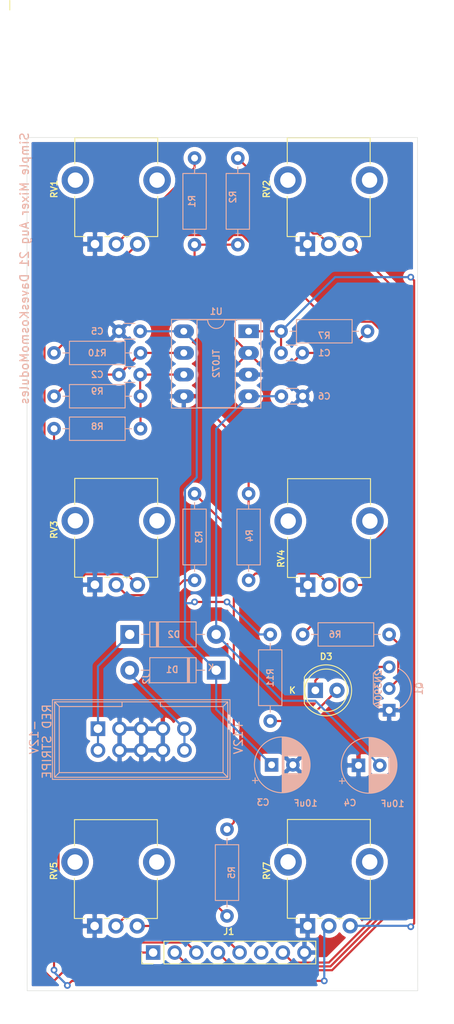
<source format=kicad_pcb>
(kicad_pcb (version 20171130) (host pcbnew "(5.1.9)-1")
  (layers (0 F.Cu signal) (31 B.Cu signal) (34 B.Paste user) (35 F.Paste user) (36 B.SilkS user) (37 F.SilkS user) (38 B.Mask user) (39 F.Mask user) (44 Edge.Cuts user))
  (net 0 "")
  (net 1 "Net-(C1-Pad2)")
  (net 2 "Net-(C1-Pad1)")
  (net 3 "Net-(C2-Pad2)")
  (net 4 "Net-(C2-Pad1)")
  (net 5 +12V)
  (net 6 GND)
  (net 7 -12V)
  (net 8 "Net-(D1-Pad2)")
  (net 9 "Net-(D2-Pad1)")
  (net 10 "Net-(D3-Pad1)")
  (net 11 "Net-(D3-Pad2)")
  (net 12 /in1)
  (net 13 /in2)
  (net 14 /in3)
  (net 15 /in4)
  (net 16 /in5)
  (net 17 "Net-(J1-Pad6)")
  (net 18 /out)
  (net 19 "Net-(Q1-Pad2)")
  (net 20 "Net-(R1-Pad2)")
  (net 21 "Net-(R2-Pad2)")
  (net 22 "Net-(R3-Pad2)")
  (net 23 "Net-(R4-Pad2)")
  (net 24 "Net-(R5-Pad2)")
  (net 25 "Net-(R8-Pad2)")
  (module ao_tht:C_Disc_D3.0mm_W1.6mm_P2.50mm (layer B.Cu) (at 48.26 54.61)
    (fp_text reference C1 (at 5.08 0) (layer B.SilkS) (effects (font (size 0.75 0.75)) (justify mirror)))
    (fp_text value 100p)
    (pad 2 thru_hole circle (at 2.5 0) (size 1.6 1.6) (drill 0.8) (layers *.Cu *.Mask) (net 1 "Net-(C1-Pad2)"))
    (pad 1 thru_hole circle (at 0 0) (size 1.6 1.6) (drill 0.8) (layers *.Cu *.Mask) (net 2 "Net-(C1-Pad1)"))
  )
  (module ao_tht:C_Disc_D3.0mm_W1.6mm_P2.50mm (layer B.Cu) (at 29.21 57.15)
    (fp_text reference C2 (at -2.54 0) (layer B.SilkS) (effects (font (size 0.75 0.75)) (justify mirror)))
    (fp_text value 100p)
    (pad 2 thru_hole circle (at 2.5 0) (size 1.6 1.6) (drill 0.8) (layers *.Cu *.Mask) (net 3 "Net-(C2-Pad2)"))
    (pad 1 thru_hole circle (at 0 0) (size 1.6 1.6) (drill 0.8) (layers *.Cu *.Mask) (net 4 "Net-(C2-Pad1)"))
  )
  (module ao_tht:CP_Radial_D6.3mm_P2.50mm (layer B.Cu) (at 47.15 102.93)
    (fp_text reference C3 (at -1 4.4) (layer B.SilkS) (effects (font (size 0.75 0.75)) (justify mirror)))
    (fp_text value 10uF)
    (fp_text user %V (at 4 4.5) (layer B.SilkS) (effects (font (size 0.75 0.75)) (justify mirror)))
    (pad 1 thru_hole rect (at 0 0) (size 1.6 1.6) (drill 0.8) (layers *.Cu *.Mask) (net 5 +12V))
    (pad 2 thru_hole circle (at 2.5 0) (size 1.6 1.6) (drill 0.8) (layers *.Cu *.Mask) (net 6 GND))
  )
  (module ao_tht:CP_Radial_D6.3mm_P2.50mm (layer B.Cu) (at 57.36 102.99)
    (fp_text reference C4 (at -1 4.4) (layer B.SilkS) (effects (font (size 0.75 0.75)) (justify mirror)))
    (fp_text value 10uF)
    (fp_text user %V (at 4 4.5) (layer B.SilkS) (effects (font (size 0.75 0.75)) (justify mirror)))
    (pad 2 thru_hole circle (at 2.5 0) (size 1.6 1.6) (drill 0.8) (layers *.Cu *.Mask) (net 7 -12V))
    (pad 1 thru_hole rect (at 0 0) (size 1.6 1.6) (drill 0.8) (layers *.Cu *.Mask) (net 6 GND))
  )
  (module ao_tht:C_Disc_D3.0mm_W1.6mm_P2.50mm (layer B.Cu) (at 29.21 52.07)
    (fp_text reference C5 (at -2.54 0) (layer B.SilkS) (effects (font (size 0.75 0.75)) (justify mirror)))
    (fp_text value 0.1uF)
    (pad 1 thru_hole circle (at 0 0) (size 1.6 1.6) (drill 0.8) (layers *.Cu *.Mask) (net 6 GND))
    (pad 2 thru_hole circle (at 2.5 0) (size 1.6 1.6) (drill 0.8) (layers *.Cu *.Mask) (net 5 +12V))
  )
  (module ao_tht:C_Disc_D3.0mm_W1.6mm_P2.50mm (layer B.Cu) (at 50.8 59.69 180)
    (fp_text reference C6 (at -2.54 0) (layer B.SilkS) (effects (font (size 0.75 0.75)) (justify mirror)))
    (fp_text value 0.1uF)
    (pad 1 thru_hole circle (at 0 0 180) (size 1.6 1.6) (drill 0.8) (layers *.Cu *.Mask) (net 6 GND))
    (pad 2 thru_hole circle (at 2.5 0 180) (size 1.6 1.6) (drill 0.8) (layers *.Cu *.Mask) (net 7 -12V))
  )
  (module ao_tht:D_DO-41_SOD81_P10.16mm_Horizontal (layer B.Cu) (at 40.64 91.83 180)
    (fp_text reference D1 (at 5.18 0.07) (layer B.SilkS) (effects (font (size 0.75 0.75)) (justify mirror)))
    (fp_text value 1N5817)
    (fp_text user K (at 0.61 0.3) (layer B.SilkS) (effects (font (size 0.75 0.75)) (justify mirror)))
    (pad 1 thru_hole rect (at 0 0 180) (size 2.2 2.2) (drill 1.1) (layers *.Cu *.Mask) (net 5 +12V))
    (pad 2 thru_hole oval (at 10.16 0 180) (size 2.2 2.2) (drill 1.1) (layers *.Cu *.Mask) (net 8 "Net-(D1-Pad2)"))
  )
  (module ao_tht:D_DO-41_SOD81_P10.16mm_Horizontal (layer B.Cu) (at 30.48 87.63)
    (fp_text reference D2 (at 5.19 0) (layer B.SilkS) (effects (font (size 0.75 0.75)) (justify mirror)))
    (fp_text value 1N5817)
    (fp_text user K (at 0.11 0) (layer B.SilkS) (effects (font (size 0.75 0.75)) (justify mirror)))
    (pad 2 thru_hole oval (at 10.16 0) (size 2.2 2.2) (drill 1.1) (layers *.Cu *.Mask) (net 7 -12V))
    (pad 1 thru_hole rect (at 0 0) (size 2.2 2.2) (drill 1.1) (layers *.Cu *.Mask) (net 9 "Net-(D2-Pad1)"))
  )
  (module ao_tht:LED_D5.0mm (layer F.Cu) (at 52.29 94.19)
    (fp_text reference D3 (at 1.27 -3.96) (layer F.SilkS) (effects (font (size 0.75 0.75))))
    (fp_text value LED)
    (fp_text user K (at -2.7 0) (layer F.SilkS) (effects (font (size 0.75 0.75))))
    (pad 1 thru_hole rect (at 0 0) (size 1.8 1.8) (drill 0.9) (layers *.Cu *.Mask) (net 10 "Net-(D3-Pad1)"))
    (pad 2 thru_hole circle (at 2.54 0) (size 1.8 1.8) (drill 0.9) (layers *.Cu *.Mask) (net 11 "Net-(D3-Pad2)"))
  )
  (module ao_tht:PinHeader_1x08_P2.54mm_Vertical (layer F.Cu) (at 42.12 124.82)
    (fp_text reference J1 (at 0 -2.33) (layer F.SilkS) (effects (font (size 0.75 0.75))))
    (fp_text value "Conn Jacks")
    (pad 1 thru_hole rect (at -8.89 0.127 90) (size 1.7 1.7) (drill 1) (layers *.Cu *.Mask) (net 12 /in1))
    (pad 2 thru_hole oval (at -6.35 0.127 90) (size 1.7 1.7) (drill 1) (layers *.Cu *.Mask) (net 13 /in2))
    (pad 3 thru_hole oval (at -3.81 0.127 90) (size 1.7 1.7) (drill 1) (layers *.Cu *.Mask) (net 14 /in3))
    (pad 4 thru_hole oval (at -1.27 0.127 90) (size 1.7 1.7) (drill 1) (layers *.Cu *.Mask) (net 15 /in4))
    (pad 5 thru_hole oval (at 1.27 0.127 90) (size 1.7 1.7) (drill 1) (layers *.Cu *.Mask) (net 16 /in5))
    (pad 6 thru_hole oval (at 3.81 0.127 90) (size 1.7 1.7) (drill 1) (layers *.Cu *.Mask) (net 17 "Net-(J1-Pad6)"))
    (pad 7 thru_hole oval (at 6.35 0.127 90) (size 1.7 1.7) (drill 1) (layers *.Cu *.Mask) (net 18 /out))
    (pad 8 thru_hole oval (at 8.89 0.127 90) (size 1.7 1.7) (drill 1) (layers *.Cu *.Mask) (net 6 GND))
  )
  (module ao_tht:Power_Header (layer B.Cu) (at 26.75 98.69 270)
    (fp_text reference J2 (at -5.85 -5.67 270) (layer B.SilkS) (effects (font (size 0.75 0.75)) (justify mirror)))
    (fp_text value Conn_02x05_Odd_Even)
    (fp_text user +12V (at 1 -16.5 270) (layer B.SilkS) (effects (justify mirror)))
    (fp_text user -12V (at 1 7.5 270) (layer B.SilkS) (effects (justify mirror)))
    (fp_text user "RED STRIPE" (at 1.5 6 270) (layer B.SilkS) (effects (justify mirror)))
    (pad 1 thru_hole rect (at 0 0 270) (size 1.7272 1.7272) (drill 1.016) (layers *.Cu *.Mask) (net 9 "Net-(D2-Pad1)"))
    (pad 2 thru_hole oval (at 2.54 0 270) (size 1.7272 1.7272) (drill 1.016) (layers *.Cu *.Mask) (net 9 "Net-(D2-Pad1)"))
    (pad 3 thru_hole oval (at 0 -2.54 270) (size 1.7272 1.7272) (drill 1.016) (layers *.Cu *.Mask) (net 6 GND))
    (pad 4 thru_hole oval (at 2.54 -2.54 270) (size 1.7272 1.7272) (drill 1.016) (layers *.Cu *.Mask) (net 6 GND))
    (pad 5 thru_hole oval (at 0 -5.08 270) (size 1.7272 1.7272) (drill 1.016) (layers *.Cu *.Mask) (net 6 GND))
    (pad 6 thru_hole oval (at 2.54 -5.08 270) (size 1.7272 1.7272) (drill 1.016) (layers *.Cu *.Mask) (net 6 GND))
    (pad 7 thru_hole oval (at 0 -7.62 270) (size 1.7272 1.7272) (drill 1.016) (layers *.Cu *.Mask) (net 6 GND))
    (pad 8 thru_hole oval (at 2.54 -7.62 270) (size 1.7272 1.7272) (drill 1.016) (layers *.Cu *.Mask) (net 6 GND))
    (pad 9 thru_hole oval (at 0 -10.16 270) (size 1.7272 1.7272) (drill 1.016) (layers *.Cu *.Mask) (net 8 "Net-(D1-Pad2)"))
    (pad 10 thru_hole oval (at 2.54 -10.16 270) (size 1.7272 1.7272) (drill 1.016) (layers *.Cu *.Mask) (net 8 "Net-(D1-Pad2)"))
  )
  (module ao_tht:TO-92_Inline_Wide (layer B.Cu) (at 60.96 96.52 90)
    (fp_text reference Q1 (at 2.54 3.56 90) (layer B.SilkS) (effects (font (size 0.75 0.75)) (justify mirror)))
    (fp_text value 2N3904)
    (fp_text user %V (at 2.54 -1.27 90) (layer B.SilkS) (effects (font (size 0.75 0.75)) (justify mirror)))
    (pad 2 thru_hole circle (at 2.54 0) (size 1.5 1.5) (drill 0.8) (layers *.Cu *.Mask) (net 19 "Net-(Q1-Pad2)"))
    (pad 3 thru_hole circle (at 5.08 0) (size 1.5 1.5) (drill 0.8) (layers *.Cu *.Mask) (net 10 "Net-(D3-Pad1)"))
    (pad 1 thru_hole rect (at 0 0) (size 1.5 1.5) (drill 0.8) (layers *.Cu *.Mask) (net 6 GND))
  )
  (module ao_tht:R_Axial_DIN0207_L6.3mm_D2.5mm_P10.16mm_Horizontal (layer B.Cu) (at 38.1 41.91 90)
    (fp_text reference R1 (at 5.08 -0.304999 90) (layer B.SilkS) (effects (font (size 0.75 0.75)) (justify mirror)))
    (fp_text value 100k)
    (pad 2 thru_hole oval (at 10.16 0 90) (size 1.6 1.6) (drill 0.8) (layers *.Cu *.Mask) (net 20 "Net-(R1-Pad2)"))
    (pad 1 thru_hole circle (at 0 0 90) (size 1.6 1.6) (drill 0.8) (layers *.Cu *.Mask) (net 1 "Net-(C1-Pad2)"))
  )
  (module ao_tht:R_Axial_DIN0207_L6.3mm_D2.5mm_P10.16mm_Horizontal (layer B.Cu) (at 43.18 41.91 90)
    (fp_text reference R2 (at 5.594999 -0.584999 90) (layer B.SilkS) (effects (font (size 0.75 0.75)) (justify mirror)))
    (fp_text value 100k)
    (pad 2 thru_hole oval (at 10.16 0 90) (size 1.6 1.6) (drill 0.8) (layers *.Cu *.Mask) (net 21 "Net-(R2-Pad2)"))
    (pad 1 thru_hole circle (at 0 0 90) (size 1.6 1.6) (drill 0.8) (layers *.Cu *.Mask) (net 1 "Net-(C1-Pad2)"))
  )
  (module ao_tht:R_Axial_DIN0207_L6.3mm_D2.5mm_P10.16mm_Horizontal (layer B.Cu) (at 38.1 71.12 270)
    (fp_text reference R3 (at 5.08 -0.524999 90) (layer B.SilkS) (effects (font (size 0.75 0.75)) (justify mirror)))
    (fp_text value 100k)
    (pad 1 thru_hole circle (at 0 0 270) (size 1.6 1.6) (drill 0.8) (layers *.Cu *.Mask) (net 1 "Net-(C1-Pad2)"))
    (pad 2 thru_hole oval (at 10.16 0 270) (size 1.6 1.6) (drill 0.8) (layers *.Cu *.Mask) (net 22 "Net-(R3-Pad2)"))
  )
  (module ao_tht:R_Axial_DIN0207_L6.3mm_D2.5mm_P10.16mm_Horizontal (layer B.Cu) (at 44.45 71.12 270)
    (fp_text reference R4 (at 4.934999 -0.104999 90) (layer B.SilkS) (effects (font (size 0.75 0.75)) (justify mirror)))
    (fp_text value 100k)
    (pad 1 thru_hole circle (at 0 0 270) (size 1.6 1.6) (drill 0.8) (layers *.Cu *.Mask) (net 1 "Net-(C1-Pad2)"))
    (pad 2 thru_hole oval (at 10.16 0 270) (size 1.6 1.6) (drill 0.8) (layers *.Cu *.Mask) (net 23 "Net-(R4-Pad2)"))
  )
  (module ao_tht:R_Axial_DIN0207_L6.3mm_D2.5mm_P10.16mm_Horizontal (layer B.Cu) (at 41.91 110.49 270)
    (fp_text reference R5 (at 5.08 -0.544999 90) (layer B.SilkS) (effects (font (size 0.75 0.75)) (justify mirror)))
    (fp_text value 100k)
    (pad 2 thru_hole oval (at 10.16 0 270) (size 1.6 1.6) (drill 0.8) (layers *.Cu *.Mask) (net 24 "Net-(R5-Pad2)"))
    (pad 1 thru_hole circle (at 0 0 270) (size 1.6 1.6) (drill 0.8) (layers *.Cu *.Mask) (net 1 "Net-(C1-Pad2)"))
  )
  (module ao_tht:R_Axial_DIN0207_L6.3mm_D2.5mm_P10.16mm_Horizontal (layer B.Cu) (at 60.96 87.63 180)
    (fp_text reference R6 (at 6.35 0) (layer B.SilkS) (effects (font (size 0.75 0.75)) (justify mirror)))
    (fp_text value 100k)
    (pad 2 thru_hole oval (at 10.16 0 180) (size 1.6 1.6) (drill 0.8) (layers *.Cu *.Mask) (net 18 /out))
    (pad 1 thru_hole circle (at 0 0 180) (size 1.6 1.6) (drill 0.8) (layers *.Cu *.Mask) (net 19 "Net-(Q1-Pad2)"))
  )
  (module ao_tht:R_Axial_DIN0207_L6.3mm_D2.5mm_P10.16mm_Horizontal (layer B.Cu) (at 48.26 52.07)
    (fp_text reference R7 (at 5.08 0.505001) (layer B.SilkS) (effects (font (size 0.75 0.75)) (justify mirror)))
    (fp_text value 200k)
    (pad 1 thru_hole circle (at 0 0) (size 1.6 1.6) (drill 0.8) (layers *.Cu *.Mask) (net 2 "Net-(C1-Pad1)"))
    (pad 2 thru_hole oval (at 10.16 0) (size 1.6 1.6) (drill 0.8) (layers *.Cu *.Mask) (net 1 "Net-(C1-Pad2)"))
  )
  (module ao_tht:R_Axial_DIN0207_L6.3mm_D2.5mm_P10.16mm_Horizontal (layer B.Cu) (at 31.75 63.5 180)
    (fp_text reference R8 (at 5.08 0.265001) (layer B.SilkS) (effects (font (size 0.75 0.75)) (justify mirror)))
    (fp_text value 100k)
    (pad 2 thru_hole oval (at 10.16 0 180) (size 1.6 1.6) (drill 0.8) (layers *.Cu *.Mask) (net 25 "Net-(R8-Pad2)"))
    (pad 1 thru_hole circle (at 0 0 180) (size 1.6 1.6) (drill 0.8) (layers *.Cu *.Mask) (net 3 "Net-(C2-Pad2)"))
  )
  (module ao_tht:R_Axial_DIN0207_L6.3mm_D2.5mm_P10.16mm_Horizontal (layer B.Cu) (at 21.59 59.69)
    (fp_text reference R9 (at 5.08 -0.584999) (layer B.SilkS) (effects (font (size 0.75 0.75)) (justify mirror)))
    (fp_text value 100k)
    (pad 1 thru_hole circle (at 0 0) (size 1.6 1.6) (drill 0.8) (layers *.Cu *.Mask) (net 4 "Net-(C2-Pad1)"))
    (pad 2 thru_hole oval (at 10.16 0) (size 1.6 1.6) (drill 0.8) (layers *.Cu *.Mask) (net 3 "Net-(C2-Pad2)"))
  )
  (module ao_tht:R_Axial_DIN0207_L6.3mm_D2.5mm_P10.16mm_Horizontal (layer B.Cu) (at 21.59 54.61)
    (fp_text reference R10 (at 5.08 0) (layer B.SilkS) (effects (font (size 0.75 0.75)) (justify mirror)))
    (fp_text value 1k)
    (pad 2 thru_hole oval (at 10.16 0) (size 1.6 1.6) (drill 0.8) (layers *.Cu *.Mask) (net 4 "Net-(C2-Pad1)"))
    (pad 1 thru_hole circle (at 0 0) (size 1.6 1.6) (drill 0.8) (layers *.Cu *.Mask) (net 18 /out))
  )
  (module ao_tht:R_Axial_DIN0207_L6.3mm_D2.5mm_P10.16mm_Horizontal (layer B.Cu) (at 46.99 87.63 270)
    (fp_text reference R11 (at 5.08 0 90) (layer B.SilkS) (effects (font (size 0.75 0.75)) (justify mirror)))
    (fp_text value 1k)
    (pad 1 thru_hole circle (at 0 0 270) (size 1.6 1.6) (drill 0.8) (layers *.Cu *.Mask) (net 5 +12V))
    (pad 2 thru_hole oval (at 10.16 0 270) (size 1.6 1.6) (drill 0.8) (layers *.Cu *.Mask) (net 11 "Net-(D3-Pad2)"))
  )
  (module ao_tht:Potentiometer_Alpha_RD901F-40-00D_Single_Vertical_CircularHoles_centered (layer F.Cu) (at 28.9 34.34 90)
    (fp_text reference RV1 (at -1.05 -7.3 270) (layer F.SilkS) (effects (font (size 0.75 0.75))))
    (fp_text value 100k)
    (pad "" thru_hole circle (at 0 -4.8 180) (size 3.24 3.24) (drill 1.8) (layers *.Cu *.Mask))
    (pad "" thru_hole circle (at 0 4.8 180) (size 3.24 3.24) (drill 1.8) (layers *.Cu *.Mask))
    (pad 3 thru_hole circle (at -7.5 2.5 180) (size 1.8 1.8) (drill 1) (layers *.Cu *.Mask) (net 12 /in1))
    (pad 2 thru_hole circle (at -7.5 0 180) (size 1.8 1.8) (drill 1) (layers *.Cu *.Mask) (net 20 "Net-(R1-Pad2)"))
    (pad 1 thru_hole rect (at -7.5 -2.5 180) (size 1.8 1.8) (drill 1) (layers *.Cu *.Mask) (net 6 GND))
  )
  (module ao_tht:Potentiometer_Alpha_RD901F-40-00D_Single_Vertical_CircularHoles_centered (layer F.Cu) (at 53.86 34.34 90)
    (fp_text reference RV2 (at -1.05 -7.3 270) (layer F.SilkS) (effects (font (size 0.75 0.75))))
    (fp_text value 100k)
    (pad 1 thru_hole rect (at -7.5 -2.5 180) (size 1.8 1.8) (drill 1) (layers *.Cu *.Mask) (net 6 GND))
    (pad 2 thru_hole circle (at -7.5 0 180) (size 1.8 1.8) (drill 1) (layers *.Cu *.Mask) (net 21 "Net-(R2-Pad2)"))
    (pad 3 thru_hole circle (at -7.5 2.5 180) (size 1.8 1.8) (drill 1) (layers *.Cu *.Mask) (net 13 /in2))
    (pad "" thru_hole circle (at 0 4.8 180) (size 3.24 3.24) (drill 1.8) (layers *.Cu *.Mask))
    (pad "" thru_hole circle (at 0 -4.8 180) (size 3.24 3.24) (drill 1.8) (layers *.Cu *.Mask))
  )
  (module ao_tht:Potentiometer_Alpha_RD901F-40-00D_Single_Vertical_CircularHoles_centered (layer F.Cu) (at 28.89 74.3 90)
    (fp_text reference RV3 (at -1.05 -7.3 270) (layer F.SilkS) (effects (font (size 0.75 0.75))))
    (fp_text value 100k)
    (pad "" thru_hole circle (at 0 -4.8 180) (size 3.24 3.24) (drill 1.8) (layers *.Cu *.Mask))
    (pad "" thru_hole circle (at 0 4.8 180) (size 3.24 3.24) (drill 1.8) (layers *.Cu *.Mask))
    (pad 3 thru_hole circle (at -7.5 2.5 180) (size 1.8 1.8) (drill 1) (layers *.Cu *.Mask) (net 14 /in3))
    (pad 2 thru_hole circle (at -7.5 0 180) (size 1.8 1.8) (drill 1) (layers *.Cu *.Mask) (net 22 "Net-(R3-Pad2)"))
    (pad 1 thru_hole rect (at -7.5 -2.5 180) (size 1.8 1.8) (drill 1) (layers *.Cu *.Mask) (net 6 GND))
  )
  (module ao_tht:Potentiometer_Alpha_RD901F-40-00D_Single_Vertical_CircularHoles_centered (layer F.Cu) (at 53.9 74.33 90)
    (fp_text reference RV4 (at -4.41 -5.64 270) (layer F.SilkS) (effects (font (size 0.75 0.75))))
    (fp_text value 100k)
    (pad 1 thru_hole rect (at -7.5 -2.5 180) (size 1.8 1.8) (drill 1) (layers *.Cu *.Mask) (net 6 GND))
    (pad 2 thru_hole circle (at -7.5 0 180) (size 1.8 1.8) (drill 1) (layers *.Cu *.Mask) (net 23 "Net-(R4-Pad2)"))
    (pad 3 thru_hole circle (at -7.5 2.5 180) (size 1.8 1.8) (drill 1) (layers *.Cu *.Mask) (net 15 /in4))
    (pad "" thru_hole circle (at 0 4.8 180) (size 3.24 3.24) (drill 1.8) (layers *.Cu *.Mask))
    (pad "" thru_hole circle (at 0 -4.8 180) (size 3.24 3.24) (drill 1.8) (layers *.Cu *.Mask))
  )
  (module ao_tht:Potentiometer_Alpha_RD901F-40-00D_Single_Vertical_CircularHoles_centered (layer F.Cu) (at 28.86 114.33 90)
    (fp_text reference RV5 (at -1.05 -7.3 270) (layer F.SilkS) (effects (font (size 0.75 0.75))))
    (fp_text value 100k)
    (pad 1 thru_hole rect (at -7.5 -2.5 180) (size 1.8 1.8) (drill 1) (layers *.Cu *.Mask) (net 6 GND))
    (pad 2 thru_hole circle (at -7.5 0 180) (size 1.8 1.8) (drill 1) (layers *.Cu *.Mask) (net 24 "Net-(R5-Pad2)"))
    (pad 3 thru_hole circle (at -7.5 2.5 180) (size 1.8 1.8) (drill 1) (layers *.Cu *.Mask) (net 16 /in5))
    (pad "" thru_hole circle (at 0 4.8 180) (size 3.24 3.24) (drill 1.8) (layers *.Cu *.Mask))
    (pad "" thru_hole circle (at 0 -4.8 180) (size 3.24 3.24) (drill 1.8) (layers *.Cu *.Mask))
  )
  (module ao_tht:Potentiometer_Alpha_RD901F-40-00D_Single_Vertical_CircularHoles_centered (layer F.Cu) (at 53.88 114.31 90)
    (fp_text reference RV7 (at -1.05 -7.3 270) (layer F.SilkS) (effects (font (size 0.75 0.75))))
    (fp_text value R_POT)
    (pad "" thru_hole circle (at 0 -4.8 180) (size 3.24 3.24) (drill 1.8) (layers *.Cu *.Mask))
    (pad "" thru_hole circle (at 0 4.8 180) (size 3.24 3.24) (drill 1.8) (layers *.Cu *.Mask))
    (pad 3 thru_hole circle (at -7.5 2.5 180) (size 1.8 1.8) (drill 1) (layers *.Cu *.Mask) (net 2 "Net-(C1-Pad1)"))
    (pad 2 thru_hole circle (at -7.5 0 180) (size 1.8 1.8) (drill 1) (layers *.Cu *.Mask) (net 25 "Net-(R8-Pad2)"))
    (pad 1 thru_hole rect (at -7.5 -2.5 180) (size 1.8 1.8) (drill 1) (layers *.Cu *.Mask) (net 6 GND))
  )
  (module ao_tht:DIP-8_W7.62mm_Socket_LongPads (layer B.Cu) (at 44.45 52.07 180)
    (fp_text reference U1 (at 3.81 2.33) (layer B.SilkS) (effects (font (size 0.75 0.75)) (justify mirror)))
    (fp_text value TL072)
    (fp_text user %V (at 3.81 -3.81 270) (layer B.SilkS) (effects (font (size 0.75 0.75)) (justify mirror)))
    (pad 1 thru_hole rect (at 0 0 180) (size 2.4 1.6) (drill 0.8) (layers *.Cu *.Mask) (net 2 "Net-(C1-Pad1)"))
    (pad 5 thru_hole oval (at 7.62 -7.62 180) (size 2.4 1.6) (drill 0.8) (layers *.Cu *.Mask) (net 6 GND))
    (pad 2 thru_hole oval (at 0 -2.54 180) (size 2.4 1.6) (drill 0.8) (layers *.Cu *.Mask) (net 1 "Net-(C1-Pad2)"))
    (pad 6 thru_hole oval (at 7.62 -5.08 180) (size 2.4 1.6) (drill 0.8) (layers *.Cu *.Mask) (net 3 "Net-(C2-Pad2)"))
    (pad 3 thru_hole oval (at 0 -5.08 180) (size 2.4 1.6) (drill 0.8) (layers *.Cu *.Mask) (net 6 GND))
    (pad 7 thru_hole oval (at 7.62 -2.54 180) (size 2.4 1.6) (drill 0.8) (layers *.Cu *.Mask) (net 4 "Net-(C2-Pad1)"))
    (pad 4 thru_hole oval (at 0 -7.62 180) (size 2.4 1.6) (drill 0.8) (layers *.Cu *.Mask) (net 7 -12V))
    (pad 8 thru_hole oval (at 7.62 0 180) (size 2.4 1.6) (drill 0.8) (layers *.Cu *.Mask) (net 5 +12V))
  )
  (gr_text "Simple Mixer Aug 21 DavesKosmoModules\n\n" (at 18.923 44.704 90) (layer B.SilkS) (effects (font (size 1 1)) (justify mirror)))
  (gr_line (start 16.39 14.38) (end 16.39 13.27) (layer F.SilkS) (width 0.12))
  (gr_line (start 18.43 129.43) (end 18.41 29.35) (layer Edge.Cuts) (width 0.05))
  (gr_line (start 64.32 129.43) (end 18.43 129.43) (layer Edge.Cuts) (width 0.05))
  (gr_line (start 64.29 29.34) (end 64.32 129.43) (layer Edge.Cuts) (width 0.05))
  (gr_line (start 18.41 29.34) (end 64.28 29.34) (layer Edge.Cuts) (width 0.05))
  (segment (start 42.709999 75.729999) (end 38.1 71.12) (width 0.25) (layer F.Cu) (net 1))
  (segment (start 42.709999 109.690001) (end 42.709999 75.729999) (width 0.25) (layer F.Cu) (net 1))
  (segment (start 41.91 110.49) (end 42.709999 109.690001) (width 0.25) (layer F.Cu) (net 1))
  (segment (start 44.45 73.989998) (end 42.709999 75.729999) (width 0.25) (layer F.Cu) (net 1))
  (segment (start 44.45 71.12) (end 44.45 73.989998) (width 0.25) (layer F.Cu) (net 1))
  (segment (start 44.45 71.12) (end 44.45 66.04) (width 0.25) (layer F.Cu) (net 1))
  (segment (start 44.45 66.04) (end 40.64 62.23) (width 0.25) (layer F.Cu) (net 1))
  (segment (start 40.64 58.42) (end 44.45 54.61) (width 0.25) (layer F.Cu) (net 1))
  (segment (start 40.64 62.23) (end 40.64 58.42) (width 0.25) (layer F.Cu) (net 1))
  (segment (start 44.45 54.61) (end 46.99 57.15) (width 0.25) (layer F.Cu) (net 1))
  (segment (start 48.22 57.15) (end 50.76 54.61) (width 0.25) (layer F.Cu) (net 1))
  (segment (start 46.99 57.15) (end 48.22 57.15) (width 0.25) (layer F.Cu) (net 1))
  (segment (start 55.88 54.61) (end 58.42 52.07) (width 0.25) (layer F.Cu) (net 1))
  (segment (start 50.76 54.61) (end 55.88 54.61) (width 0.25) (layer F.Cu) (net 1))
  (segment (start 43.18 41.91) (end 38.1 41.91) (width 0.25) (layer F.Cu) (net 1))
  (segment (start 38.1 48.26) (end 44.45 54.61) (width 0.25) (layer F.Cu) (net 1))
  (segment (start 38.1 41.91) (end 38.1 48.26) (width 0.25) (layer F.Cu) (net 1))
  (via (at 63.5 121.92) (size 0.8) (drill 0.4) (layers F.Cu B.Cu) (net 2))
  (segment (start 63.39 121.81) (end 63.5 121.92) (width 0.25) (layer B.Cu) (net 2))
  (segment (start 56.38 121.81) (end 63.39 121.81) (width 0.25) (layer B.Cu) (net 2))
  (via (at 63.5 45.72) (size 0.8) (drill 0.4) (layers F.Cu B.Cu) (net 2))
  (segment (start 54.61 45.72) (end 48.26 52.07) (width 0.25) (layer B.Cu) (net 2))
  (segment (start 63.5 45.72) (end 54.61 45.72) (width 0.25) (layer B.Cu) (net 2))
  (segment (start 44.45 52.07) (end 48.26 52.07) (width 0.25) (layer F.Cu) (net 2))
  (segment (start 48.26 52.07) (end 48.26 54.61) (width 0.25) (layer F.Cu) (net 2))
  (segment (start 63.899999 121.520001) (end 63.899999 46.119999) (width 0.25) (layer F.Cu) (net 2))
  (segment (start 63.899999 46.119999) (end 63.5 45.72) (width 0.25) (layer F.Cu) (net 2))
  (segment (start 63.5 121.92) (end 63.899999 121.520001) (width 0.25) (layer F.Cu) (net 2))
  (segment (start 36.83 57.15) (end 31.71 57.15) (width 0.25) (layer F.Cu) (net 3))
  (segment (start 31.71 59.65) (end 31.75 59.69) (width 0.25) (layer F.Cu) (net 3))
  (segment (start 31.71 57.15) (end 31.71 59.65) (width 0.25) (layer F.Cu) (net 3))
  (segment (start 31.75 59.69) (end 31.75 63.5) (width 0.25) (layer F.Cu) (net 3))
  (segment (start 36.83 54.61) (end 31.75 54.61) (width 0.25) (layer F.Cu) (net 4))
  (segment (start 31.75 54.61) (end 29.21 57.15) (width 0.25) (layer F.Cu) (net 4))
  (segment (start 24.13 57.15) (end 21.59 59.69) (width 0.25) (layer F.Cu) (net 4))
  (segment (start 29.21 57.15) (end 24.13 57.15) (width 0.25) (layer F.Cu) (net 4))
  (segment (start 40.64 96.42) (end 47.15 102.93) (width 0.25) (layer B.Cu) (net 5))
  (segment (start 40.64 91.83) (end 40.64 96.42) (width 0.25) (layer B.Cu) (net 5))
  (segment (start 31.71 52.07) (end 36.83 52.07) (width 0.25) (layer B.Cu) (net 5))
  (segment (start 36.974999 88.164999) (end 40.64 91.83) (width 0.25) (layer B.Cu) (net 5))
  (segment (start 38.35501 69.199988) (end 36.974999 70.579999) (width 0.25) (layer B.Cu) (net 5))
  (segment (start 38.35501 53.59501) (end 38.35501 69.199988) (width 0.25) (layer B.Cu) (net 5))
  (segment (start 36.83 52.07) (end 38.35501 53.59501) (width 0.25) (layer B.Cu) (net 5))
  (via (at 41.91 83.82) (size 0.8) (drill 0.4) (layers F.Cu B.Cu) (net 5))
  (segment (start 45.72 87.63) (end 41.91 83.82) (width 0.25) (layer B.Cu) (net 5))
  (segment (start 46.99 87.63) (end 45.72 87.63) (width 0.25) (layer B.Cu) (net 5))
  (via (at 38.1 83.82) (size 0.8) (drill 0.4) (layers F.Cu B.Cu) (net 5))
  (segment (start 37.955001 83.964999) (end 38.1 83.82) (width 0.25) (layer B.Cu) (net 5))
  (segment (start 36.974999 83.964999) (end 37.955001 83.964999) (width 0.25) (layer B.Cu) (net 5))
  (segment (start 36.974999 70.579999) (end 36.974999 83.964999) (width 0.25) (layer B.Cu) (net 5))
  (segment (start 36.974999 83.964999) (end 36.974999 88.164999) (width 0.25) (layer B.Cu) (net 5))
  (segment (start 38.1 83.82) (end 41.91 83.82) (width 0.25) (layer F.Cu) (net 5))
  (segment (start 52.285001 95.415001) (end 59.86 102.99) (width 0.25) (layer B.Cu) (net 7))
  (segment (start 48.425001 95.415001) (end 52.285001 95.415001) (width 0.25) (layer B.Cu) (net 7))
  (segment (start 40.64 87.63) (end 48.425001 95.415001) (width 0.25) (layer B.Cu) (net 7))
  (segment (start 40.64 63.5) (end 44.45 59.69) (width 0.25) (layer B.Cu) (net 7))
  (segment (start 40.64 87.63) (end 40.64 63.5) (width 0.25) (layer B.Cu) (net 7))
  (segment (start 44.45 59.69) (end 48.3 59.69) (width 0.25) (layer B.Cu) (net 7))
  (segment (start 36.91 101.23) (end 36.91 98.69) (width 0.25) (layer B.Cu) (net 8))
  (segment (start 30.48 92.26) (end 30.48 91.83) (width 0.25) (layer B.Cu) (net 8))
  (segment (start 36.91 98.69) (end 30.48 92.26) (width 0.25) (layer B.Cu) (net 8))
  (segment (start 26.75 101.23) (end 26.75 98.69) (width 0.25) (layer B.Cu) (net 9))
  (segment (start 26.75 91.36) (end 30.48 87.63) (width 0.25) (layer B.Cu) (net 9))
  (segment (start 26.75 98.69) (end 26.75 91.36) (width 0.25) (layer B.Cu) (net 9))
  (segment (start 53.89 91.44) (end 60.96 91.44) (width 0.25) (layer F.Cu) (net 10))
  (segment (start 52.29 93.04) (end 53.89 91.44) (width 0.25) (layer F.Cu) (net 10))
  (segment (start 52.29 94.19) (end 52.29 93.04) (width 0.25) (layer F.Cu) (net 10))
  (segment (start 51.23 97.79) (end 54.83 94.19) (width 0.25) (layer F.Cu) (net 11))
  (segment (start 46.99 97.79) (end 51.23 97.79) (width 0.25) (layer F.Cu) (net 11))
  (segment (start 20.464999 127.144999) (end 21.59 128.27) (width 0.25) (layer F.Cu) (net 12))
  (segment (start 20.464999 52.775001) (end 20.464999 127.144999) (width 0.25) (layer F.Cu) (net 12))
  (segment (start 31.4 41.84) (end 20.464999 52.775001) (width 0.25) (layer F.Cu) (net 12))
  (segment (start 21.59 128.27) (end 24.913 124.947) (width 0.25) (layer F.Cu) (net 12))
  (segment (start 24.913 124.947) (end 33.23 124.947) (width 0.25) (layer F.Cu) (net 12))
  (segment (start 37.845023 127.022023) (end 35.77 124.947) (width 0.25) (layer F.Cu) (net 13))
  (segment (start 54.253801 127.022023) (end 37.845023 127.022023) (width 0.25) (layer F.Cu) (net 13))
  (segment (start 63.385034 117.89079) (end 54.253801 127.022023) (width 0.25) (layer F.Cu) (net 13))
  (segment (start 63.385034 48.865034) (end 63.385034 117.89079) (width 0.25) (layer F.Cu) (net 13))
  (segment (start 56.36 41.84) (end 63.385034 48.865034) (width 0.25) (layer F.Cu) (net 13))
  (segment (start 22.114999 83.689999) (end 22.114999 124.984999) (width 0.25) (layer F.Cu) (net 14))
  (segment (start 30.164999 80.574999) (end 25.229999 80.574999) (width 0.25) (layer F.Cu) (net 14))
  (segment (start 25.229999 80.574999) (end 22.114999 83.689999) (width 0.25) (layer F.Cu) (net 14))
  (segment (start 31.39 81.8) (end 30.164999 80.574999) (width 0.25) (layer F.Cu) (net 14))
  (segment (start 37.134999 123.771999) (end 38.31 124.947) (width 0.25) (layer F.Cu) (net 14))
  (segment (start 23.327999 123.771999) (end 37.134999 123.771999) (width 0.25) (layer F.Cu) (net 14))
  (segment (start 22.114999 124.984999) (end 23.327999 123.771999) (width 0.25) (layer F.Cu) (net 14))
  (segment (start 56.4 81.83) (end 60.24 81.83) (width 0.25) (layer F.Cu) (net 15))
  (segment (start 54.067401 126.572012) (end 42.475012 126.572012) (width 0.25) (layer F.Cu) (net 15))
  (segment (start 62.935023 84.525023) (end 62.935023 117.70439) (width 0.25) (layer F.Cu) (net 15))
  (segment (start 62.935023 117.70439) (end 54.067401 126.572012) (width 0.25) (layer F.Cu) (net 15))
  (segment (start 42.475012 126.572012) (end 40.85 124.947) (width 0.25) (layer F.Cu) (net 15))
  (segment (start 60.24 81.83) (end 62.935023 84.525023) (width 0.25) (layer F.Cu) (net 15))
  (segment (start 40.273 121.83) (end 31.36 121.83) (width 0.25) (layer F.Cu) (net 16))
  (segment (start 43.39 124.947) (end 40.273 121.83) (width 0.25) (layer F.Cu) (net 16))
  (segment (start 50.8 87.63) (end 53.34 85.09) (width 0.25) (layer F.Cu) (net 18))
  (segment (start 35.415001 40.784999) (end 41.765001 40.784999) (width 0.25) (layer F.Cu) (net 18))
  (segment (start 21.59 54.61) (end 35.415001 40.784999) (width 0.25) (layer F.Cu) (net 18))
  (segment (start 58.960001 50.944999) (end 62.23 54.214998) (width 0.25) (layer F.Cu) (net 18))
  (segment (start 53.880001 50.944999) (end 58.960001 50.944999) (width 0.25) (layer F.Cu) (net 18))
  (segment (start 43.720001 40.784999) (end 53.880001 50.944999) (width 0.25) (layer F.Cu) (net 18))
  (segment (start 42.639999 40.784999) (end 43.720001 40.784999) (width 0.25) (layer F.Cu) (net 18))
  (segment (start 42.054999 41.369999) (end 42.639999 40.784999) (width 0.25) (layer F.Cu) (net 18))
  (segment (start 42.054999 41.074997) (end 42.054999 41.369999) (width 0.25) (layer F.Cu) (net 18))
  (segment (start 41.765001 40.784999) (end 42.054999 41.074997) (width 0.25) (layer F.Cu) (net 18))
  (segment (start 55.125001 84.574999) (end 54.61 85.09) (width 0.25) (layer F.Cu) (net 18))
  (segment (start 62.23 73.678602) (end 55.125001 80.783601) (width 0.25) (layer F.Cu) (net 18))
  (segment (start 62.23 54.214998) (end 62.23 73.678602) (width 0.25) (layer F.Cu) (net 18))
  (segment (start 55.125001 80.783601) (end 55.125001 84.574999) (width 0.25) (layer F.Cu) (net 18))
  (segment (start 53.34 85.09) (end 54.61 85.09) (width 0.25) (layer F.Cu) (net 18))
  (segment (start 62.149967 85.09) (end 62.485012 85.425045) (width 0.25) (layer F.Cu) (net 18))
  (segment (start 62.485012 117.51799) (end 53.881001 126.122001) (width 0.25) (layer F.Cu) (net 18))
  (segment (start 62.485012 85.425045) (end 62.485012 117.51799) (width 0.25) (layer F.Cu) (net 18))
  (segment (start 54.61 85.09) (end 62.149967 85.09) (width 0.25) (layer F.Cu) (net 18))
  (segment (start 53.881001 126.122001) (end 49.645001 126.122001) (width 0.25) (layer F.Cu) (net 18))
  (segment (start 49.645001 126.122001) (end 48.47 124.947) (width 0.25) (layer F.Cu) (net 18))
  (segment (start 62.035001 88.705001) (end 60.96 87.63) (width 0.25) (layer F.Cu) (net 19))
  (segment (start 62.035001 92.904999) (end 62.035001 88.705001) (width 0.25) (layer F.Cu) (net 19))
  (segment (start 60.96 93.98) (end 62.035001 92.904999) (width 0.25) (layer F.Cu) (net 19))
  (segment (start 38.1 32.88137) (end 38.1 31.75) (width 0.25) (layer F.Cu) (net 20))
  (segment (start 30.125001 40.614999) (end 30.366371 40.614999) (width 0.25) (layer F.Cu) (net 20))
  (segment (start 30.366371 40.614999) (end 38.1 32.88137) (width 0.25) (layer F.Cu) (net 20))
  (segment (start 28.9 41.84) (end 30.125001 40.614999) (width 0.25) (layer F.Cu) (net 20))
  (segment (start 52.044999 40.614999) (end 43.18 31.75) (width 0.25) (layer F.Cu) (net 21))
  (segment (start 52.634999 40.614999) (end 52.044999 40.614999) (width 0.25) (layer F.Cu) (net 21))
  (segment (start 53.86 41.84) (end 52.634999 40.614999) (width 0.25) (layer F.Cu) (net 21))
  (segment (start 38.1 81.28) (end 36.83 81.28) (width 0.25) (layer F.Cu) (net 22))
  (segment (start 30.115001 83.025001) (end 28.89 81.8) (width 0.25) (layer F.Cu) (net 22))
  (segment (start 35.084999 83.025001) (end 30.115001 83.025001) (width 0.25) (layer F.Cu) (net 22))
  (segment (start 36.83 81.28) (end 35.084999 83.025001) (width 0.25) (layer F.Cu) (net 22))
  (segment (start 52.550001 80.480001) (end 53.9 81.83) (width 0.25) (layer F.Cu) (net 23))
  (segment (start 45.249999 80.480001) (end 52.550001 80.480001) (width 0.25) (layer F.Cu) (net 23))
  (segment (start 44.45 81.28) (end 45.249999 80.480001) (width 0.25) (layer F.Cu) (net 23))
  (segment (start 28.86 121.83) (end 31.31 119.38) (width 0.25) (layer F.Cu) (net 24))
  (segment (start 40.64 119.38) (end 41.91 120.65) (width 0.25) (layer F.Cu) (net 24))
  (segment (start 31.31 119.38) (end 40.64 119.38) (width 0.25) (layer F.Cu) (net 24))
  (via (at 21.59 127) (size 0.8) (drill 0.4) (layers F.Cu B.Cu) (net 25))
  (segment (start 21.59 63.5) (end 21.59 127) (width 0.25) (layer F.Cu) (net 25))
  (via (at 23.15499 128.80499) (size 0.8) (drill 0.4) (layers F.Cu B.Cu) (net 25))
  (segment (start 21.59 127.24) (end 23.15499 128.80499) (width 0.25) (layer B.Cu) (net 25))
  (segment (start 21.59 127) (end 21.59 127.24) (width 0.25) (layer B.Cu) (net 25))
  (via (at 53.34 128.27) (size 0.8) (drill 0.4) (layers F.Cu B.Cu) (net 25))
  (segment (start 23.68998 128.27) (end 53.34 128.27) (width 0.25) (layer F.Cu) (net 25))
  (segment (start 23.15499 128.80499) (end 23.68998 128.27) (width 0.25) (layer F.Cu) (net 25))
  (segment (start 53.34 122.35) (end 53.88 121.81) (width 0.25) (layer B.Cu) (net 25))
  (segment (start 53.34 128.27) (end 53.34 122.35) (width 0.25) (layer B.Cu) (net 25))
  (zone (net 6) (net_name GND) (layer F.Cu) (connect_pads (clearance 0.508)) (min_thickness 0.254) (fill yes (arc_segments 32) (thermal_gap 0.508) (thermal_bridge_width 0.508))
    (polygon (pts (xy 68.58 133.35) (xy 15.24 133.35) (xy 15.24 27.94) (xy 68.58 27.94)))
  )
  (zone (net 6) (net_name GND) (layer B.Cu) (connect_pads (clearance 0.508)) (min_thickness 0.254) (fill yes (arc_segments 32) (thermal_gap 0.508) (thermal_bridge_width 0.508))
    (polygon (pts (xy 66.04 132.08) (xy 15.24 132.08) (xy 16.51 27.94) (xy 66.04 27.94)))
  )
)
</source>
